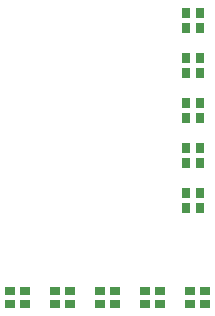
<source format=gbp>
G04 Layer_Color=16770453*
%FSLAX24Y24*%
%MOIN*%
G70*
G01*
G75*
%ADD15R,0.0276X0.0335*%
%ADD46R,0.0335X0.0276*%
D15*
X35226Y32500D02*
D03*
X34774D02*
D03*
X35226Y33000D02*
D03*
X34774D02*
D03*
X35226Y34000D02*
D03*
X34774D02*
D03*
X35226Y34500D02*
D03*
X34774D02*
D03*
X35226Y35500D02*
D03*
X34774D02*
D03*
X35226Y36000D02*
D03*
X34774D02*
D03*
X35226Y37000D02*
D03*
X34774D02*
D03*
X35226Y37500D02*
D03*
X34774D02*
D03*
X35226Y38500D02*
D03*
X34774D02*
D03*
X35226Y39000D02*
D03*
X34774D02*
D03*
D46*
X28900Y29274D02*
D03*
Y29726D02*
D03*
X29400Y29274D02*
D03*
Y29726D02*
D03*
X30400Y29274D02*
D03*
Y29726D02*
D03*
X30900Y29274D02*
D03*
Y29726D02*
D03*
X31900Y29274D02*
D03*
Y29726D02*
D03*
X32400Y29274D02*
D03*
Y29726D02*
D03*
X33400Y29274D02*
D03*
Y29726D02*
D03*
X33900Y29274D02*
D03*
Y29726D02*
D03*
X34900Y29274D02*
D03*
Y29726D02*
D03*
X35400Y29274D02*
D03*
Y29726D02*
D03*
M02*

</source>
